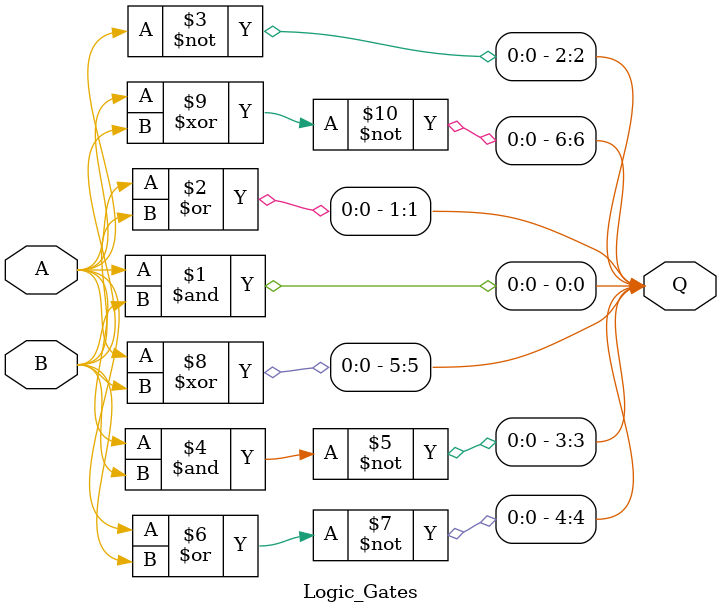
<source format=v>
`timescale 1ns / 1ps

/* USING DATA FLOW
module Logic_Gates(
    input A,
    input B,
    output and,or.not,nand,nor,xor,xnor
    );
        assign and = A & B,
                 or= A | B,
                  not= ~A,
                  nand= ~(A & B),
                  nor= ~(A | B),
                  xor= A ^ B,
                  xnor= ~(A ^ B);

endmodule
*/


//USING DATA FLOW
module Logic_Gates(
    input A,
    input B,
    output [0:6] Q
    );
        assign Q[0] = A & B,
                 Q[1]= A | B,
                  Q[2]= ~A,
                  Q[3]= ~(A & B),
                  Q[4]= ~(A | B),
                  Q[5]= A ^ B,
                  Q[6]= ~(A ^ B);

endmodule

/* USING GATE FLOW
module Logic_Gates(
    input A,
    input B,
    output [0:6] Q
    );
        and A1= A & B,
        or O1= A | B,
        not N1= ~A,
        nand N2= ~(A & B),
        nor N3= ~(A | B),
        xor X1= A ^ B,
        xnor X2= ~(A ^ B);

endmodule
*/

</source>
